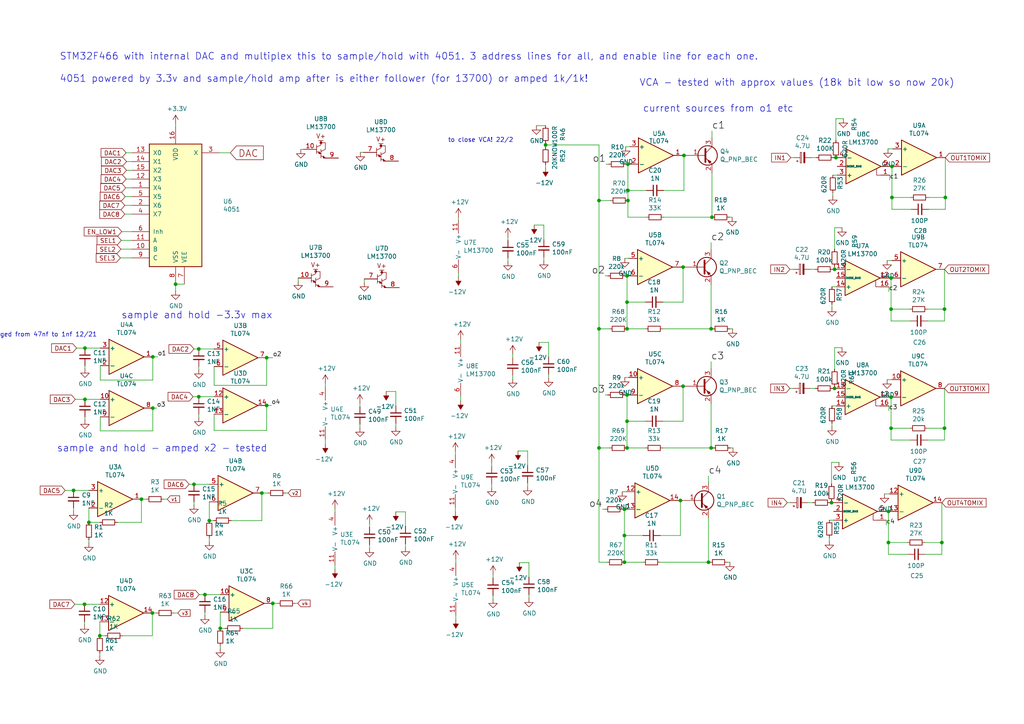
<source format=kicad_sch>
(kicad_sch (version 20211123) (generator eeschema)
  (paper "A4")
  (junction (at 41.021 144.78))
  (junction (at 258.699 48.26))
  (junction (at 182.118 58.166))
  (junction (at 44.323 103.505))
  (junction (at 257.683 157.353))
  (junction (at 206.502 62.992))
  (junction (at 181.102 163.068))
  (junction (at 274.193 57.277))
  (junction (at 198.12 77.47))
  (junction (at 273.939 124.206))
  (junction (at 60.706 151.003))
  (junction (at 173.736 129.921))
  (junction (at 258.445 124.206))
  (junction (at 77.343 103.759))
  (junction (at 181.864 114.554))
  (junction (at 258.445 89.662))
  (junction (at 57.658 101.219))
  (junction (at 206.248 95.377))
  (junction (at 181.102 147.701))
  (junction (at 206.248 129.921))
  (junction (at 21.336 142.24))
  (junction (at 59.436 172.466))
  (junction (at 173.736 95.377))
  (junction (at 258.445 115.189))
  (junction (at 181.864 95.377))
  (junction (at 182.118 47.625))
  (junction (at 273.939 89.662))
  (junction (at 258.699 57.277))
  (junction (at 182.118 55.245))
  (junction (at 181.864 80.01))
  (junction (at 77.343 117.602))
  (junction (at 57.658 115.062))
  (junction (at 44.196 177.8))
  (junction (at 24.511 175.26))
  (junction (at 181.864 129.921))
  (junction (at 50.927 82.423))
  (junction (at 198.12 112.014))
  (junction (at 56.261 140.462))
  (junction (at 197.358 145.161))
  (junction (at 242.062 78.105))
  (junction (at 24.638 115.824))
  (junction (at 205.486 163.068))
  (junction (at 242.443 45.72))
  (junction (at 25.781 151.511))
  (junction (at 181.864 122.174))
  (junction (at 24.638 100.965))
  (junction (at 158.242 42.037))
  (junction (at 181.864 87.63))
  (junction (at 173.736 58.166))
  (junction (at 181.102 155.321))
  (junction (at 258.445 80.645))
  (junction (at 28.956 184.404))
  (junction (at 63.881 182.245))
  (junction (at 257.683 148.336))
  (junction (at 273.177 157.353))
  (junction (at 44.323 118.364))
  (junction (at 241.173 145.796))
  (junction (at 242.062 112.649))
  (junction (at 75.946 143.002))
  (junction (at 79.121 175.006))
  (junction (at 198.374 45.085))
  (wire (pts (xy 153.035 130.81) (xy 153.035 135.001)))
  (wire (pts (xy 25.781 151.511) (xy 28.956 151.511)))
  (wire (pts (xy 44.323 110.236) (xy 44.323 103.505)))
  (wire (pts (xy 192.278 129.921) (xy 206.248 129.921)))
  (wire (pts (xy 197.358 155.321) (xy 191.516 155.321)))
  (wire (pts (xy 155.575 36.449) (xy 158.242 36.449)))
  (wire (pts (xy 182.118 55.245) (xy 187.452 55.245)))
  (wire (pts (xy 114.808 122.809) (xy 114.808 123.825)))
  (wire (pts (xy 181.864 129.921) (xy 187.198 129.921)))
  (wire (pts (xy 258.445 124.206) (xy 263.906 124.206)))
  (wire (pts (xy 38.227 51.943) (xy 36.576 51.943)))
  (wire (pts (xy 198.374 45.085) (xy 198.374 55.245)))
  (wire (pts (xy 242.443 40.64) (xy 242.443 34.417)))
  (wire (pts (xy 258.445 80.645) (xy 258.699 80.645)))
  (wire (pts (xy 181.229 74.93) (xy 182.372 74.93)))
  (wire (pts (xy 197.866 45.085) (xy 198.374 45.085)))
  (wire (pts (xy 181.864 122.174) (xy 181.864 129.921)))
  (wire (pts (xy 211.709 95.377) (xy 212.471 95.377)))
  (wire (pts (xy 257.302 110.109) (xy 258.699 110.109)))
  (wire (pts (xy 24.638 100.965) (xy 22.225 100.965)))
  (wire (pts (xy 211.836 129.921) (xy 212.598 129.921)))
  (wire (pts (xy 57.658 101.219) (xy 56.261 101.219)))
  (wire (pts (xy 181.864 114.554) (xy 182.372 114.554)))
  (wire (pts (xy 38.227 44.323) (xy 36.576 44.323)))
  (wire (pts (xy 258.699 57.277) (xy 258.699 60.706)))
  (wire (pts (xy 21.336 142.24) (xy 18.923 142.24)))
  (wire (pts (xy 258.064 50.8) (xy 258.064 52.197)))
  (wire (pts (xy 35.56 184.404) (xy 44.196 184.404)))
  (wire (pts (xy 258.064 48.26) (xy 258.699 48.26)))
  (wire (pts (xy 198.12 87.63) (xy 192.278 87.63)))
  (wire (pts (xy 241.808 45.72) (xy 242.443 45.72)))
  (wire (pts (xy 257.81 117.729) (xy 257.81 119.126)))
  (wire (pts (xy 79.121 175.006) (xy 80.518 175.006)))
  (wire (pts (xy 62.103 120.142) (xy 62.103 124.841)))
  (wire (pts (xy 75.946 151.003) (xy 75.946 143.002)))
  (wire (pts (xy 60.706 145.542) (xy 60.706 151.003)))
  (wire (pts (xy 85.598 175.006) (xy 86.36 175.006)))
  (wire (pts (xy 192.278 95.377) (xy 206.248 95.377)))
  (wire (pts (xy 142.621 140.335) (xy 142.621 141.351)))
  (wire (pts (xy 191.516 163.068) (xy 205.486 163.068)))
  (wire (pts (xy 38.227 62.103) (xy 36.195 62.103)))
  (wire (pts (xy 205.486 163.068) (xy 205.867 163.068)))
  (wire (pts (xy 198.12 112.014) (xy 198.628 112.014)))
  (wire (pts (xy 104.521 44.196) (xy 105.41 44.196)))
  (wire (pts (xy 198.12 77.47) (xy 198.628 77.47)))
  (wire (pts (xy 158.242 42.037) (xy 158.242 42.672)))
  (wire (pts (xy 242.062 72.263) (xy 242.062 66.04)))
  (wire (pts (xy 268.224 157.353) (xy 273.177 157.353)))
  (wire (pts (xy 104.394 116.967) (xy 104.394 117.983)))
  (wire (pts (xy 241.3 83.185) (xy 242.57 83.185)))
  (wire (pts (xy 157.734 65.278) (xy 157.734 69.469)))
  (wire (pts (xy 114.808 113.538) (xy 114.808 117.729)))
  (wire (pts (xy 211.582 62.992) (xy 212.344 62.992)))
  (wire (pts (xy 63.881 187.325) (xy 63.881 188.087)))
  (wire (pts (xy 198.12 122.174) (xy 192.278 122.174)))
  (wire (pts (xy 197.358 145.161) (xy 197.358 155.321)))
  (wire (pts (xy 28.956 189.484) (xy 28.956 190.246)))
  (wire (pts (xy 181.102 155.321) (xy 186.436 155.321)))
  (wire (pts (xy 257.683 148.336) (xy 257.937 148.336)))
  (wire (pts (xy 273.177 157.353) (xy 273.177 160.782)))
  (wire (pts (xy 241.3 117.729) (xy 242.57 117.729)))
  (wire (pts (xy 47.498 144.78) (xy 48.514 144.78)))
  (wire (pts (xy 44.196 177.8) (xy 44.196 184.404)))
  (wire (pts (xy 143.002 172.72) (xy 143.002 173.736)))
  (wire (pts (xy 181.864 95.377) (xy 187.198 95.377)))
  (wire (pts (xy 173.736 95.377) (xy 173.736 129.921)))
  (wire (pts (xy 67.056 151.003) (xy 75.946 151.003)))
  (wire (pts (xy 50.927 82.423) (xy 50.927 84.328)))
  (wire (pts (xy 44.323 103.505) (xy 45.72 103.505)))
  (wire (pts (xy 114.808 148.463) (xy 117.602 148.463)))
  (wire (pts (xy 57.658 101.219) (xy 62.103 101.219)))
  (wire (pts (xy 150.622 163.195) (xy 153.416 163.195)))
  (wire (pts (xy 242.443 34.417) (xy 244.602 34.417)))
  (wire (pts (xy 24.638 106.045) (xy 24.638 106.934)))
  (wire (pts (xy 132.207 162.179) (xy 132.207 163.195)))
  (wire (pts (xy 148.717 102.743) (xy 148.717 103.759)))
  (wire (pts (xy 105.664 80.899) (xy 105.664 81.915)))
  (wire (pts (xy 132.969 79.121) (xy 132.969 80.264)))
  (wire (pts (xy 258.445 89.662) (xy 263.906 89.662)))
  (wire (pts (xy 133.604 114.935) (xy 133.604 116.205)))
  (wire (pts (xy 173.736 95.377) (xy 173.736 58.166)))
  (wire (pts (xy 24.638 100.965) (xy 29.083 100.965)))
  (wire (pts (xy 197.612 112.014) (xy 198.12 112.014)))
  (wire (pts (xy 44.196 177.8) (xy 45.339 177.8)))
  (wire (pts (xy 242.062 112.649) (xy 242.57 112.649)))
  (wire (pts (xy 77.343 111.76) (xy 77.343 103.759)))
  (wire (pts (xy 182.118 55.245) (xy 182.118 58.166)))
  (wire (pts (xy 206.248 72.39) (xy 206.248 70.358)))
  (wire (pts (xy 38.227 46.863) (xy 36.703 46.863)))
  (wire (pts (xy 50.419 177.8) (xy 51.562 177.8)))
  (wire (pts (xy 242.443 45.72) (xy 242.824 45.72)))
  (wire (pts (xy 269.24 57.277) (xy 274.193 57.277)))
  (wire (pts (xy 180.467 142.621) (xy 181.61 142.621)))
  (wire (pts (xy 24.638 115.824) (xy 29.083 115.824)))
  (wire (pts (xy 143.002 166.624) (xy 143.002 167.64)))
  (wire (pts (xy 147.32 74.803) (xy 147.32 75.819)))
  (wire (pts (xy 132.969 62.992) (xy 132.969 63.881)))
  (wire (pts (xy 197.358 145.161) (xy 197.866 145.161)))
  (wire (pts (xy 176.784 95.377) (xy 173.736 95.377)))
  (wire (pts (xy 148.717 108.839) (xy 148.717 109.855)))
  (wire (pts (xy 206.248 95.377) (xy 206.629 95.377)))
  (wire (pts (xy 38.227 59.563) (xy 36.195 59.563)))
  (wire (pts (xy 38.227 54.483) (xy 36.449 54.483)))
  (wire (pts (xy 28.956 180.34) (xy 28.956 184.404)))
  (wire (pts (xy 63.881 182.245) (xy 65.278 182.245)))
  (wire (pts (xy 157.734 74.549) (xy 157.734 75.565)))
  (wire (pts (xy 206.502 40.005) (xy 206.502 37.973)))
  (wire (pts (xy 173.736 129.921) (xy 176.784 129.921)))
  (wire (pts (xy 268.986 124.206) (xy 273.939 124.206)))
  (wire (pts (xy 61.976 151.003) (xy 60.706 151.003)))
  (wire (pts (xy 181.102 163.068) (xy 186.436 163.068)))
  (wire (pts (xy 241.3 88.265) (xy 241.3 89.154)))
  (wire (pts (xy 240.792 145.796) (xy 241.173 145.796)))
  (wire (pts (xy 62.103 111.76) (xy 77.343 111.76)))
  (wire (pts (xy 258.699 60.706) (xy 264.287 60.706)))
  (wire (pts (xy 57.658 115.062) (xy 56.007 115.062)))
  (wire (pts (xy 70.358 182.245) (xy 79.121 182.245)))
  (wire (pts (xy 25.781 156.591) (xy 25.781 157.48)))
  (wire (pts (xy 182.118 62.992) (xy 187.452 62.992)))
  (wire (pts (xy 242.062 66.04) (xy 244.221 66.04)))
  (wire (pts (xy 97.155 147.574) (xy 97.155 148.59)))
  (wire (pts (xy 142.621 134.239) (xy 142.621 135.255)))
  (wire (pts (xy 158.242 42.037) (xy 173.736 42.037)))
  (wire (pts (xy 235.077 112.649) (xy 236.474 112.649)))
  (wire (pts (xy 181.102 155.321) (xy 181.102 163.068)))
  (wire (pts (xy 156.337 99.314) (xy 159.131 99.314)))
  (wire (pts (xy 159.131 108.585) (xy 159.131 109.601)))
  (wire (pts (xy 241.3 122.809) (xy 241.3 123.698)))
  (wire (pts (xy 181.864 87.63) (xy 187.198 87.63)))
  (wire (pts (xy 181.102 147.701) (xy 181.102 155.321)))
  (wire (pts (xy 107.188 151.892) (xy 107.188 152.908)))
  (wire (pts (xy 229.108 112.649) (xy 229.997 112.649)))
  (wire (pts (xy 77.343 117.602) (xy 78.74 117.602)))
  (wire (pts (xy 257.048 148.336) (xy 257.683 148.336)))
  (wire (pts (xy 50.927 82.423) (xy 53.467 82.423)))
  (wire (pts (xy 21.336 142.24) (xy 25.781 142.24)))
  (wire (pts (xy 210.947 163.068) (xy 211.709 163.068)))
  (wire (pts (xy 268.986 89.662) (xy 273.939 89.662)))
  (wire (pts (xy 181.483 42.545) (xy 182.626 42.545)))
  (wire (pts (xy 132.207 178.435) (xy 132.207 179.705)))
  (wire (pts (xy 273.177 145.796) (xy 273.177 157.353)))
  (wire (pts (xy 241.173 134.112) (xy 243.332 134.112)))
  (wire (pts (xy 196.85 145.161) (xy 197.358 145.161)))
  (wire (pts (xy 198.12 112.014) (xy 198.12 122.174)))
  (wire (pts (xy 258.699 48.26) (xy 258.699 57.277)))
  (wire (pts (xy 38.227 72.263) (xy 35.052 72.263)))
  (wire (pts (xy 257.302 75.565) (xy 258.699 75.565)))
  (wire (pts (xy 182.118 47.625) (xy 182.626 47.625)))
  (wire (pts (xy 44.323 124.968) (xy 44.323 118.364)))
  (wire (pts (xy 38.227 57.023) (xy 36.322 57.023)))
  (wire (pts (xy 57.658 115.062) (xy 62.103 115.062)))
  (wire (pts (xy 274.193 57.277) (xy 274.193 60.706)))
  (wire (pts (xy 240.538 155.956) (xy 240.538 156.845)))
  (wire (pts (xy 107.188 157.988) (xy 107.188 159.004)))
  (wire (pts (xy 56.261 145.542) (xy 56.261 146.431)))
  (wire (pts (xy 234.315 145.796) (xy 235.712 145.796)))
  (wire (pts (xy 258.445 80.645) (xy 258.445 89.662)))
  (wire (pts (xy 241.554 55.88) (xy 241.554 56.769)))
  (wire (pts (xy 182.118 58.166) (xy 182.118 62.992)))
  (wire (pts (xy 181.356 114.554) (xy 181.864 114.554)))
  (wire (pts (xy 175.514 147.701) (xy 174.752 147.701)))
  (wire (pts (xy 60.706 156.083) (xy 60.706 156.972)))
  (wire (pts (xy 257.683 157.353) (xy 263.144 157.353)))
  (wire (pts (xy 180.594 147.701) (xy 181.102 147.701)))
  (wire (pts (xy 242.062 78.105) (xy 242.57 78.105)))
  (wire (pts (xy 79.121 182.245) (xy 79.121 175.006)))
  (wire (pts (xy 77.343 103.759) (xy 79.121 103.759)))
  (wire (pts (xy 182.118 47.625) (xy 182.118 55.245)))
  (wire (pts (xy 173.736 163.068) (xy 176.022 163.068)))
  (wire (pts (xy 258.445 93.091) (xy 264.033 93.091)))
  (wire (pts (xy 38.227 74.803) (xy 34.925 74.803)))
  (wire (pts (xy 242.062 107.061) (xy 242.062 100.838)))
  (wire (pts (xy 273.939 89.662) (xy 273.939 93.091)))
  (wire (pts (xy 94.361 111.252) (xy 94.361 112.268)))
  (wire (pts (xy 82.804 143.002) (xy 83.566 143.002)))
  (wire (pts (xy 257.81 115.189) (xy 258.445 115.189)))
  (wire (pts (xy 198.374 55.245) (xy 192.532 55.245)))
  (wire (pts (xy 273.939 112.649) (xy 273.939 124.206)))
  (wire (pts (xy 258.699 48.26) (xy 258.953 48.26)))
  (wire (pts (xy 176.53 47.625) (xy 175.768 47.625)))
  (wire (pts (xy 181.864 114.554) (xy 181.864 122.174)))
  (wire (pts (xy 158.242 47.752) (xy 158.242 48.641)))
  (wire (pts (xy 173.736 58.166) (xy 177.038 58.166)))
  (wire (pts (xy 28.956 184.404) (xy 30.48 184.404)))
  (wire (pts (xy 258.445 115.189) (xy 258.445 124.206)))
  (wire (pts (xy 21.336 147.32) (xy 21.336 148.209)))
  (wire (pts (xy 44.323 118.364) (xy 45.466 118.364)))
  (wire (pts (xy 24.511 175.26) (xy 28.956 175.26)))
  (wire (pts (xy 24.638 115.824) (xy 21.844 115.824)))
  (wire (pts (xy 206.248 129.921) (xy 206.248 117.094)))
  (wire (pts (xy 235.077 78.105) (xy 236.474 78.105)))
  (wire (pts (xy 269.113 127.635) (xy 273.939 127.635)))
  (wire (pts (xy 57.658 120.142) (xy 57.658 121.031)))
  (wire (pts (xy 38.227 67.183) (xy 35.306 67.183)))
  (wire (pts (xy 38.227 49.403) (xy 36.703 49.403)))
  (wire (pts (xy 205.486 140.081) (xy 205.486 138.049)))
  (wire (pts (xy 257.81 83.185) (xy 257.81 84.582)))
  (wire (pts (xy 241.554 78.105) (xy 242.062 78.105)))
  (wire (pts (xy 240.538 150.876) (xy 241.808 150.876)))
  (wire (pts (xy 59.436 177.546) (xy 59.436 178.435)))
  (wire (pts (xy 206.248 95.377) (xy 206.248 82.55)))
  (wire (pts (xy 257.81 80.645) (xy 258.445 80.645)))
  (wire (pts (xy 133.604 98.425) (xy 133.604 99.695)))
  (wire (pts (xy 181.229 109.474) (xy 182.372 109.474)))
  (wire (pts (xy 198.374 45.085) (xy 198.882 45.085)))
  (wire (pts (xy 97.155 163.83) (xy 97.155 165.1)))
  (wire (pts (xy 241.554 112.649) (xy 242.062 112.649)))
  (wire (pts (xy 197.612 77.47) (xy 198.12 77.47)))
  (wire (pts (xy 257.683 160.782) (xy 263.271 160.782)))
  (wire (pts (xy 41.021 151.511) (xy 41.021 144.78)))
  (wire (pts (xy 94.361 127.508) (xy 94.361 128.778)))
  (wire (pts (xy 268.351 160.782) (xy 273.177 160.782)))
  (wire (pts (xy 150.241 130.81) (xy 153.035 130.81)))
  (wire (pts (xy 34.036 151.511) (xy 41.021 151.511)))
  (wire (pts (xy 25.781 147.32) (xy 25.781 151.511)))
  (wire (pts (xy 241.173 140.335) (xy 241.173 134.112)))
  (wire (pts (xy 181.356 80.01) (xy 181.864 80.01)))
  (wire (pts (xy 29.083 106.045) (xy 29.083 110.236)))
  (wire (pts (xy 132.08 130.937) (xy 132.08 131.953)))
  (wire (pts (xy 258.699 57.277) (xy 264.16 57.277)))
  (wire (pts (xy 147.32 68.707) (xy 147.32 69.723)))
  (wire (pts (xy 258.445 127.635) (xy 264.033 127.635)))
  (wire (pts (xy 258.445 115.189) (xy 258.699 115.189)))
  (wire (pts (xy 154.94 65.278) (xy 157.734 65.278)))
  (wire (pts (xy 181.864 80.01) (xy 181.864 87.63)))
  (wire (pts (xy 132.08 147.193) (xy 132.08 148.463)))
  (wire (pts (xy 176.276 80.01) (xy 175.514 80.01)))
  (wire (pts (xy 256.54 143.256) (xy 257.937 143.256)))
  (wire (pts (xy 24.511 180.34) (xy 24.511 181.229)))
  (wire (pts (xy 181.864 87.63) (xy 181.864 95.377)))
  (wire (pts (xy 198.12 77.47) (xy 198.12 87.63)))
  (wire (pts (xy 241.554 50.8) (xy 242.824 50.8)))
  (wire (pts (xy 62.103 124.841) (xy 77.343 124.841)))
  (wire (pts (xy 29.083 110.236) (xy 44.323 110.236)))
  (wire (pts (xy 63.881 177.546) (xy 63.881 182.245)))
  (wire (pts (xy 242.062 77.343) (xy 242.062 78.105)))
  (wire (pts (xy 258.445 89.662) (xy 258.445 93.091)))
  (wire (pts (xy 269.113 93.091) (xy 273.939 93.091)))
  (wire (pts (xy 62.103 106.299) (xy 62.103 111.76)))
  (wire (pts (xy 41.021 144.78) (xy 42.418 144.78)))
  (wire (pts (xy 257.048 150.876) (xy 257.048 152.273)))
  (wire (pts (xy 29.083 120.904) (xy 29.083 124.968)))
  (wire (pts (xy 274.193 45.72) (xy 274.193 57.277)))
  (wire (pts (xy 257.683 148.336) (xy 257.683 157.353)))
  (wire (pts (xy 241.173 145.796) (xy 241.808 145.796)))
  (wire (pts (xy 158.242 41.529) (xy 158.242 42.037)))
  (wire (pts (xy 228.346 145.796) (xy 229.235 145.796)))
  (wire (pts (xy 56.261 140.462) (xy 54.864 140.462)))
  (wire (pts (xy 87.249 43.307) (xy 88.011 43.307)))
  (wire (pts (xy 176.276 114.554) (xy 175.514 114.554)))
  (wire (pts (xy 159.131 99.314) (xy 159.131 103.505)))
  (wire (pts (xy 257.683 157.353) (xy 257.683 160.782)))
  (wire (pts (xy 206.502 62.992) (xy 206.502 50.165)))
  (wire (pts (xy 50.927 35.941) (xy 50.927 36.703)))
  (wire (pts (xy 59.436 172.466) (xy 63.881 172.466)))
  (wire (pts (xy 181.864 122.174) (xy 187.198 122.174)))
  (wire (pts (xy 112.014 113.538) (xy 114.808 113.538)))
  (wire (pts (xy 273.939 124.206) (xy 273.939 127.635)))
  (wire (pts (xy 153.416 163.195) (xy 153.416 167.386)))
  (wire (pts (xy 57.658 106.299) (xy 57.658 107.188)))
  (wire (pts (xy 86.487 80.645) (xy 86.487 81.534)))
  (wire (pts (xy 206.248 106.934) (xy 206.248 104.902)))
  (wire (pts (xy 242.062 100.838) (xy 244.221 100.838)))
  (wire (pts (xy 235.331 45.72) (xy 236.728 45.72)))
  (wire (pts (xy 192.532 62.992) (xy 206.502 62.992)))
  (wire (pts (xy 24.511 175.26) (xy 21.717 175.26)))
  (wire (pts (xy 104.394 123.063) (xy 104.394 124.079)))
  (wire (pts (xy 117.602 148.463) (xy 117.602 152.654)))
  (wire (pts (xy 117.602 157.734) (xy 117.602 158.75)))
  (wire (pts (xy 257.556 43.18) (xy 258.953 43.18)))
  (wire (pts (xy 173.736 129.921) (xy 173.736 163.068)))
  (wire (pts (xy 75.946 143.002) (xy 77.724 143.002)))
  (wire (pts (xy 77.343 124.841) (xy 77.343 117.602)))
  (wire (pts (xy 153.416 172.466) (xy 153.416 173.482)))
  (wire (pts (xy 63.627 44.323) (xy 66.802 44.323)))
  (wire (pts (xy 269.367 60.706) (xy 274.193 60.706)))
  (wire (pts (xy 206.248 129.921) (xy 206.756 129.921)))
  (wire (pts (xy 273.939 78.105) (xy 273.939 89.662)))
  (wire (pts (xy 229.362 45.72) (xy 230.251 45.72)))
  (wire (pts (xy 181.61 47.625) (xy 182.118 47.625)))
  (wire (pts (xy 229.108 78.105) (xy 229.997 78.105)))
  (wire (pts (xy 56.261 140.462) (xy 60.706 140.462)))
  (wire (pts (xy 181.102 147.701) (xy 181.61 147.701)))
  (wire (pts (xy 29.083 124.968) (xy 44.323 124.968)))
  (wire (pts (xy 205.486 163.068) (xy 205.486 150.241)))
  (wire (pts (xy 24.638 120.904) (xy 24.638 121.793)))
  (wire (pts (xy 38.227 69.723) (xy 35.179 69.723)))
  (wire (pts (xy 181.864 80.01) (xy 182.372 80.01)))
  (wire (pts (xy 258.445 124.206) (xy 258.445 127.635)))
  (wire (pts (xy 153.035 140.081) (xy 153.035 141.097)))
  (wire (pts (xy 59.436 172.466) (xy 57.785 172.466)))
  (wire (pts (xy 241.173 145.415) (xy 241.173 145.796)))
  (wire (pts (xy 242.062 112.141) (xy 242.062 112.649)))
  (wire (pts (xy 173.736 42.037) (xy 173.736 58.166)))
  (text "current sources from o1 etc" (at 186.436 32.766 0) (effects (font (size 2.0066 2.0066)) (justify left bottom)))
  (text "sample and hold - amped x2 - tested" (at 16.51 131.318 0) (effects (font (size 2.0066 2.0066)) (justify left bottom)))
  (text "STM32F466 with internal DAC and multiplex this to sample/hold with 4051. 3 address lines for all, and enable line for each one.\n\n4051 powered by 3.3v and sample/hold amp after is either follower (for 13700) or amped 1k/1k!" (at 17.272 24.13 0) (effects (font (size 2.0066 2.0066)) (justify left bottom)))
  (text "to close VCA! 22/2\n" (at 129.921 41.4782 0) (effects (font (size 1.27 1.27)) (justify left bottom)))
  (text "sample and hold -3.3v max" (at 35.179 92.71 0) (effects (font (size 2.0066 2.0066)) (justify left bottom)))
  (text "VCA - tested with approx values (18k bit low so now 20k)" (at 185.42 25.273 0) (effects (font (size 2.0066 2.0066)) (justify left bottom)))
  (text "changed from 47nf to 1nf 12/21" (at -4.572 97.917 0) (effects (font (size 1.27 1.27)) (justify left bottom)))
  (label "o4" (at 78.74 117.602 0))
  (label "c2" (at 257.81 84.582 0))
  (label "c2" (at 206.248 70.358 0) (effects (font (size 2.0066 2.0066))))
  (label "o2" (at 175.514 80.01 180) (effects (font (size 2.0066 2.0066))))
  (label "o2" (at 79.121 103.759 0))
  (label "c3" (at 206.248 104.902 0) (effects (font (size 2.0066 2.0066))))
  (label "o1" (at 175.768 47.625 180) (effects (font (size 2.0066 2.0066))))
  (label "o3" (at 45.466 118.364 0))
  (label "o1" (at 45.72 103.505 0))
  (label "c4" (at 205.486 138.049 0) (effects (font (size 2.0066 2.0066))))
  (label "c3" (at 257.81 119.126 0))
  (label "o3" (at 175.514 114.554 180) (effects (font (size 2.0066 2.0066))))
  (label "c1" (at 206.502 37.973 0) (effects (font (size 2.0066 2.0066))))
  (label "o4" (at 174.752 147.701 180) (effects (font (size 2.0066 2.0066))))
  (label "c1" (at 258.064 52.197 0))
  (label "c4" (at 257.048 152.273 0))
  (global_label "DAC7" (shape input) (at 36.195 59.563 180) (property "Intersheet References" "${INTERSHEET_REFS}" (effects hide)))
  (global_label "DAC8" (shape input) (at 57.785 172.466 180) (property "Intersheet References" "${INTERSHEET_REFS}" (effects hide)))
  (global_label "DAC8" (shape input) (at 36.195 62.103 180) (property "Intersheet References" "${INTERSHEET_REFS}" (effects hide)))
  (global_label "OUT2TOMIX" (shape input) (at 273.939 78.105 0) (property "Intersheet References" "${INTERSHEET_REFS}" (effects hide)))
  (global_label "v4" (shape input) (at 86.36 175.006 0) (effects (font (size 0.9906 0.9906))) (property "Intersheet References" "${INTERSHEET_REFS}" (effects hide)))
  (global_label "DAC1" (shape input) (at 22.225 100.965 180) (property "Intersheet References" "${INTERSHEET_REFS}" (effects hide)))
  (global_label "SEL3" (shape input) (at 34.925 74.803 180) (property "Intersheet References" "${INTERSHEET_REFS}" (effects hide)))
  (global_label "DAC5" (shape input) (at 18.923 142.24 180) (property "Intersheet References" "${INTERSHEET_REFS}" (effects hide)))
  (global_label "DAC6" (shape input) (at 54.864 140.462 180) (property "Intersheet References" "${INTERSHEET_REFS}" (effects hide)))
  (global_label "DAC3" (shape input) (at 21.844 115.824 180) (property "Intersheet References" "${INTERSHEET_REFS}" (effects hide)))
  (global_label "DAC4" (shape input) (at 56.007 115.062 180) (property "Intersheet References" "${INTERSHEET_REFS}" (effects hide)))
  (global_label "DAC2" (shape input) (at 36.703 46.863 180) (property "Intersheet References" "${INTERSHEET_REFS}" (effects hide)))
  (global_label "IN3" (shape input) (at 229.108 112.649 180) (property "Intersheet References" "${INTERSHEET_REFS}" (effects hide)))
  (global_label "IN2" (shape input) (at 229.108 78.105 180) (property "Intersheet References" "${INTERSHEET_REFS}" (effects hide)))
  (global_label "DAC5" (shape input) (at 36.449 54.483 180) (property "Intersheet References" "${INTERSHEET_REFS}" (effects hide)))
  (global_label "OUT3TOMIX" (shape input) (at 273.939 112.649 0) (property "Intersheet References" "${INTERSHEET_REFS}" (effects hide)))
  (global_label "DAC3" (shape input) (at 36.703 49.403 180) (property "Intersheet References" "${INTERSHEET_REFS}" (effects hide)))
  (global_label "SEL2" (shape input) (at 35.052 72.263 180) (property "Intersheet References" "${INTERSHEET_REFS}" (effects hide)))
  (global_label "DAC7" (shape input) (at 21.717 175.26 180) (property "Intersheet References" "${INTERSHEET_REFS}" (effects hide)))
  (global_label "IN1" (shape input) (at 229.362 45.72 180) (property "Intersheet References" "${INTERSHEET_REFS}" (effects hide)))
  (global_label "OUT1TOMIX" (shape input) (at 274.193 45.72 0) (property "Intersheet References" "${INTERSHEET_REFS}" (effects hide)))
  (global_label "EN_LOW1" (shape input) (at 35.306 67.183 180) (property "Intersheet References" "${INTERSHEET_REFS}" (effects hide)))
  (global_label "IN4" (shape input) (at 228.346 145.796 180) (property "Intersheet References" "${INTERSHEET_REFS}" (effects hide)))
  (global_label "v2" (shape input) (at 83.566 143.002 0) (effects (font (size 0.9906 0.9906))) (property "Intersheet References" "${INTERSHEET_REFS}" (effects hide)))
  (global_label "DAC2" (shape input) (at 56.261 101.219 180) (property "Intersheet References" "${INTERSHEET_REFS}" (effects hide)))
  (global_label "OUT4TOMIX" (shape input) (at 273.177 145.796 0) (property "Intersheet References" "${INTERSHEET_REFS}" (effects hide)))
  (global_label "v1" (shape input) (at 48.514 144.78 0) (effects (font (size 0.9906 0.9906))) (property "Intersheet References" "${INTERSHEET_REFS}" (effects hide)))
  (global_label "v3" (shape input) (at 51.562 177.8 0) (effects (font (size 0.9906 0.9906))) (property "Intersheet References" "${INTERSHEET_REFS}" (effects hide)))
  (global_label "DAC1" (shape input) (at 36.576 44.323 180) (property "Intersheet References" "${INTERSHEET_REFS}" (effects hide)))
  (global_label "DAC" (shape input) (at 66.802 44.323 0) (effects (font (size 2.0066 2.0066))) (property "Intersheet References" "${INTERSHEET_REFS}" (effects hide)))
  (global_label "DAC4" (shape input) (at 36.576 51.943 180) (property "Intersheet References" "${INTERSHEET_REFS}" (effects hide)))
  (global_label "DAC6" (shape input) (at 36.322 57.023 180) (property "Intersheet References" "${INTERSHEET_REFS}" (effects hide)))
  (global_label "SEL1" (shape input) (at 35.179 69.723 180) (property "Intersheet References" "${INTERSHEET_REFS}" (effects hide)))
  (symbol (lib_id "power:+3.3V") (at 50.927 35.941 0) (unit 1)
    (property "Reference" "#PWR024" (effects hide))
    (property "Value" "+3.3V" (at 51.308 31.5468 0))
  )
  (symbol (lib_id "Amplifier_Operational:TL074") (at 36.703 103.505 0) (unit 1)
    (property "Reference" "U4" (at 36.703 94.1832 0))
    (property "Value" "TL074" (at 36.703 96.4946 0))
    (property "Footprint" "Housings_SOIC:SOIC-14_3.9x8.7mm_Pitch1.27mm" (effects hide))
    (property "Datasheet" "http://www.ti.com/lit/ds/symlink/tl071.pdf" (effects hide))
  )
  (symbol (lib_id "Amplifier_Operational:TL074") (at 69.723 103.759 0) (unit 2)
    (property "Reference" "U3" (at 69.723 94.4372 0))
    (property "Value" "TL074" (at 69.723 96.7486 0))
    (property "Footprint" "Housings_SOIC:SOIC-14_3.9x8.7mm_Pitch1.27mm" (effects hide))
    (property "Datasheet" "http://www.ti.com/lit/ds/symlink/tl071.pdf" (effects hide))
  )
  (symbol (lib_id "Amplifier_Operational:TL074") (at 36.703 118.364 0) (unit 3)
    (property "Reference" "U4" (at 36.703 109.0422 0))
    (property "Value" "TL074" (at 36.703 111.3536 0))
    (property "Footprint" "Housings_SOIC:SOIC-14_3.9x8.7mm_Pitch1.27mm" (effects hide))
    (property "Datasheet" "http://www.ti.com/lit/ds/symlink/tl071.pdf" (effects hide))
  )
  (symbol (lib_id "Amplifier_Operational:TL074") (at 69.723 117.602 0) (unit 4)
    (property "Reference" "U3" (at 69.723 108.2802 0))
    (property "Value" "TL074" (at 69.723 110.5916 0))
    (property "Footprint" "Housings_SOIC:SOIC-14_3.9x8.7mm_Pitch1.27mm" (effects hide))
    (property "Datasheet" "http://www.ti.com/lit/ds/symlink/tl071.pdf" (effects hide))
  )
  (symbol (lib_id "Amplifier_Operational:TL074") (at 96.901 119.888 0) (unit 5)
    (property "Reference" "U4" (at 95.8342 118.7196 0) (effects (justify left)))
    (property "Value" "TL074" (at 95.8342 121.031 0) (effects (justify left)))
    (property "Footprint" "Housings_SOIC:SOIC-14_3.9x8.7mm_Pitch1.27mm" (effects hide))
    (property "Datasheet" "http://www.ti.com/lit/ds/symlink/tl071.pdf" (effects hide))
  )
  (symbol (lib_id "Device:C_Small") (at 24.638 103.505 0) (unit 1)
    (property "Reference" "C11" (at 26.9748 102.3366 0) (effects (justify left)))
    (property "Value" "1NF" (at 26.9748 104.648 0) (effects (justify left)))
    (property "Footprint" "Capacitors_SMD:C_0805" (effects hide))
  )
  (symbol (lib_id "power:GND") (at 24.638 106.934 0) (unit 1)
    (property "Reference" "#PWR021" (effects hide))
    (property "Value" "GND" (at 24.765 111.3282 0))
  )
  (symbol (lib_id "power:GND") (at 57.658 107.188 0) (unit 1)
    (property "Reference" "#PWR026" (effects hide))
    (property "Value" "GND" (at 57.785 111.5822 0))
  )
  (symbol (lib_id "Device:C_Small") (at 57.658 117.602 0) (unit 1)
    (property "Reference" "C14" (at 59.9948 116.4336 0) (effects (justify left)))
    (property "Value" "1NF" (at 59.9948 118.745 0) (effects (justify left)))
    (property "Footprint" "Capacitors_SMD:C_0805" (effects hide))
  )
  (symbol (lib_id "power:GND") (at 87.249 43.307 0) (unit 1)
    (property "Reference" "#PWR031" (effects hide))
    (property "Value" "GND" (at 87.376 47.7012 0))
  )
  (symbol (lib_id "power:GND") (at 104.521 44.196 0) (unit 1)
    (property "Reference" "#PWR032" (effects hide))
    (property "Value" "GND" (at 104.648 48.5902 0))
  )
  (symbol (lib_id "Amplifier_Operational:TL074") (at 190.246 45.085 0) (unit 1)
    (property "Reference" "U5" (at 191.135 38.735 0))
    (property "Value" "TL074" (at 191.135 40.894 0))
    (property "Footprint" "Housings_SOIC:SOIC-14_3.9x8.7mm_Pitch1.27mm" (effects hide))
    (property "Datasheet" "http://www.ti.com/lit/ds/symlink/tl071.pdf" (effects hide))
  )
  (symbol (lib_id "Amplifier_Operational:TL074") (at 189.992 77.47 0) (unit 2)
    (property "Reference" "U5" (at 189.992 68.1482 0))
    (property "Value" "TL074" (at 189.992 70.4596 0))
    (property "Footprint" "Housings_SOIC:SOIC-14_3.9x8.7mm_Pitch1.27mm" (effects hide))
    (property "Datasheet" "http://www.ti.com/lit/ds/symlink/tl071.pdf" (effects hide))
  )
  (symbol (lib_id "Amplifier_Operational:TL074") (at 134.62 139.573 0) (unit 5)
    (property "Reference" "U9" (at 133.5532 138.4046 0) (effects (justify left)))
    (property "Value" "TL074" (at 133.5532 140.716 0) (effects (justify left)))
    (property "Footprint" "Housings_SOIC:SOIC-14_3.9x8.7mm_Pitch1.27mm" (effects hide))
    (property "Datasheet" "http://www.ti.com/lit/ds/symlink/tl071.pdf" (effects hide))
  )
  (symbol (lib_id "power:+12V") (at 132.08 130.937 0) (unit 1)
    (property "Reference" "#PWR037" (effects hide))
    (property "Value" "+12V" (at 132.461 126.5428 0))
  )
  (symbol (lib_id "Device:Q_PNP_BEC") (at 203.962 45.085 0) (unit 1)
    (property "Reference" "Q4" (at 208.8134 43.9166 0) (effects (justify left)))
    (property "Value" "Q_PNP_BEC" (at 208.8134 46.228 0) (effects (justify left)))
    (property "Footprint" "TO_SOT_Packages_SMD:SOT-23" (effects hide))
  )
  (symbol (lib_id "Device:C_Small") (at 189.992 55.245 90) (unit 1)
    (property "Reference" "C20" (at 189.992 49.4284 90))
    (property "Value" "1N" (at 189.992 51.7398 90))
    (property "Footprint" "Capacitors_SMD:C_0805" (effects hide))
  )
  (symbol (lib_id "Device:R_Small") (at 189.992 62.992 270) (unit 1)
    (property "Reference" "R14" (at 189.992 58.0136 90))
    (property "Value" "33K" (at 189.992 60.325 90))
    (property "Footprint" "Resistors_SMD:R_0805" (effects hide))
  )
  (symbol (lib_id "Device:R_Small") (at 179.07 47.625 270) (unit 1)
    (property "Reference" "R10" (at 179.07 42.6466 90))
    (property "Value" "220K" (at 179.07 44.958 90))
    (property "Footprint" "Resistors_SMD:R_0805" (effects hide))
  )
  (symbol (lib_id "Device:R_Small") (at 239.268 45.72 90) (unit 1)
    (property "Reference" "R22" (at 239.268 40.7416 90))
    (property "Value" "100K" (at 239.268 43.053 90))
    (property "Footprint" "Resistors_SMD:R_0805" (effects hide))
  )
  (symbol (lib_id "Device:C_Small") (at 266.827 60.706 90) (unit 1)
    (property "Reference" "C28" (at 266.954 66.929 90))
    (property "Value" "100P" (at 266.7 64.008 90))
    (property "Footprint" "Capacitors_SMD:C_0805" (effects hide))
  )
  (symbol (lib_id "Amplifier_Operational:TL074") (at 99.695 156.21 0) (unit 5)
    (property "Reference" "U3" (at 98.6282 155.0416 0) (effects (justify left)))
    (property "Value" "TL074" (at 98.6282 157.353 0) (effects (justify left)))
    (property "Footprint" "Housings_SOIC:SOIC-14_3.9x8.7mm_Pitch1.27mm" (effects hide))
    (property "Datasheet" "http://www.ti.com/lit/ds/symlink/tl071.pdf" (effects hide))
  )
  (symbol (lib_id "Device:R_Small") (at 189.738 95.377 270) (unit 1)
    (property "Reference" "R12" (at 189.738 90.3986 90))
    (property "Value" "33k" (at 189.738 92.71 90))
    (property "Footprint" "Resistors_SMD:R_0805" (effects hide))
  )
  (symbol (lib_id "Device:R_Small") (at 266.446 89.662 270) (unit 1)
    (property "Reference" "R24" (at 266.446 84.6836 90))
    (property "Value" "27K" (at 266.446 86.995 90))
    (property "Footprint" "Resistors_SMD:R_0805" (effects hide))
  )
  (symbol (lib_id "power:GND") (at 181.229 74.93 0) (unit 1)
    (property "Reference" "#PWR042" (effects hide))
    (property "Value" "GND" (at 181.356 79.3242 0))
  )
  (symbol (lib_id "Device:C_Polarized_Small") (at 232.537 78.105 90) (unit 1)
    (property "Reference" "C22" (at 232.537 72.39 90))
    (property "Value" "4.7U" (at 232.537 74.7014 90))
    (property "Footprint" "SMD_Packages:SMD-1206_Pol" (effects hide))
  )
  (symbol (lib_id "Device:R_Small") (at 239.014 78.105 90) (unit 1)
    (property "Reference" "R20" (at 239.014 73.1266 90))
    (property "Value" "100k" (at 239.014 75.438 90))
    (property "Footprint" "Resistors_SMD:R_0805" (effects hide))
  )
  (symbol (lib_id "Device:C_Small") (at 266.573 93.091 90) (unit 1)
    (property "Reference" "C26" (at 266.7 99.314 90))
    (property "Value" "100P" (at 266.446 96.393 90))
    (property "Footprint" "Capacitors_SMD:C_0805" (effects hide))
  )
  (symbol (lib_id "power:GND") (at 257.302 75.565 0) (unit 1)
    (property "Reference" "#PWR054" (effects hide))
    (property "Value" "GND" (at 257.429 79.9592 0))
  )
  (symbol (lib_id "Device:Q_PNP_BEC") (at 203.708 112.014 0) (unit 1)
    (property "Reference" "Q3" (at 208.5594 110.8456 0) (effects (justify left)))
    (property "Value" "Q_PNP_BEC" (at 208.5594 113.157 0) (effects (justify left)))
    (property "Footprint" "TO_SOT_Packages_SMD:SOT-23" (effects hide))
  )
  (symbol (lib_id "Device:C_Small") (at 189.738 122.174 90) (unit 1)
    (property "Reference" "C19" (at 189.738 116.3574 90))
    (property "Value" "1N" (at 189.738 118.6688 90))
    (property "Footprint" "Capacitors_SMD:C_0805" (effects hide))
  )
  (symbol (lib_id "Device:R_Small") (at 189.738 129.921 270) (unit 1)
    (property "Reference" "R13" (at 189.738 124.9426 90))
    (property "Value" "33k" (at 189.738 127.254 90))
    (property "Footprint" "Resistors_SMD:R_0805" (effects hide))
  )
  (symbol (lib_id "Device:R_Small") (at 178.816 114.554 270) (unit 1)
    (property "Reference" "R9" (at 178.816 109.5756 90))
    (property "Value" "220k" (at 178.816 111.887 90))
    (property "Footprint" "Resistors_SMD:R_0805" (effects hide))
  )
  (symbol (lib_id "Device:R_Small") (at 266.446 124.206 270) (unit 1)
    (property "Reference" "R25" (at 266.446 119.2276 90))
    (property "Value" "20k" (at 266.446 121.539 90))
    (property "Footprint" "Resistors_SMD:R_0805" (effects hide))
  )
  (symbol (lib_id "power:GND") (at 181.229 109.474 0) (unit 1)
    (property "Reference" "#PWR043" (effects hide))
    (property "Value" "GND" (at 181.356 113.8682 0))
  )
  (symbol (lib_id "Device:C_Polarized_Small") (at 232.537 112.649 90) (unit 1)
    (property "Reference" "C23" (at 232.537 106.934 90))
    (property "Value" "4.7U" (at 232.537 109.2454 90))
    (property "Footprint" "SMD_Packages:SMD-1206_Pol" (effects hide))
  )
  (symbol (lib_id "Amplifier_Operational:LM13700") (at 250.19 115.189 0) (unit 1)
    (property "Reference" "U8" (at 250.19 105.8672 0))
    (property "Value" "LM13700" (at 250.19 108.1786 0))
    (property "Footprint" "Housings_SOIC:SOIC-16_3.9x9.9mm_Pitch1.27mm" (effects hide))
    (property "Datasheet" "http://www.ti.com/lit/ds/symlink/lm13700.pdf" (effects hide))
  )
  (symbol (lib_id "Amplifier_Operational:LM13700") (at 249.428 148.336 0) (unit 3)
    (property "Reference" "U7" (at 249.428 139.0142 0))
    (property "Value" "LM13700" (at 249.428 141.3256 0))
    (property "Footprint" "Housings_SOIC:SOIC-16_3.9x9.9mm_Pitch1.27mm" (effects hide))
    (property "Datasheet" "http://www.ti.com/lit/ds/symlink/lm13700.pdf" (effects hide))
  )
  (symbol (lib_id "Amplifier_Operational:LM13700") (at 136.144 107.315 0) (unit 5)
    (property "Reference" "U8" (at 135.0772 106.1466 0) (effects (justify left)))
    (property "Value" "LM13700" (at 135.0772 108.458 0) (effects (justify left)))
    (property "Footprint" "Housings_SOIC:SOIC-16_3.9x9.9mm_Pitch1.27mm" (effects hide))
    (property "Datasheet" "http://www.ti.com/lit/ds/symlink/lm13700.pdf" (effects hide))
  )
  (symbol (lib_id "power:+12V") (at 133.604 98.425 0) (unit 1)
    (property "Reference" "#PWR035" (effects hide))
    (property "Value" "+12V" (at 133.985 94.0308 0))
  )
  (symbol (lib_id "power:-12V") (at 133.604 116.205 180) (unit 1)
    (property "Reference" "#PWR036" (effects hide))
    (property "Value" "-12V" (at 133.223 120.5992 0))
  )
  (symbol (lib_id "4xxx:4051") (at 50.927 59.563 0) (unit 1)
    (property "Reference" "U6" (at 64.6684 58.3946 0) (effects (justify left)))
    (property "Value" "4051" (at 64.6684 60.706 0) (effects (justify left)))
    (property "Footprint" "Housings_SOIC:SOIC-16_3.9x9.9mm_Pitch1.27mm" (effects hide))
    (property "Datasheet" "http://www.intersil.com/content/dam/Intersil/documents/cd40/cd4051bms-52bms-53bms.pdf" (effects hide))
  )
  (symbol (lib_id "power:GND") (at 50.927 84.328 0) (unit 1)
    (property "Reference" "#PWR025" (effects hide))
    (property "Value" "GND" (at 51.054 88.7222 0))
  )
  (symbol (lib_id "Device:C_Small") (at 24.638 118.364 0) (unit 1)
    (property "Reference" "C12" (at 26.9748 117.1956 0) (effects (justify left)))
    (property "Value" "1NF" (at 26.9748 119.507 0) (effects (justify left)))
    (property "Footprint" "Capacitors_SMD:C_0805" (effects hide))
  )
  (symbol (lib_id "power:GND") (at 24.638 121.793 0) (unit 1)
    (property "Reference" "#PWR022" (effects hide))
    (property "Value" "GND" (at 24.765 126.1872 0))
  )
  (symbol (lib_id "Device:C_Small") (at 57.658 103.759 0) (unit 1)
    (property "Reference" "C13" (at 59.9948 102.5906 0) (effects (justify left)))
    (property "Value" "1NF" (at 59.9948 104.902 0) (effects (justify left)))
    (property "Footprint" "Capacitors_SMD:C_0805" (effects hide))
  )
  (symbol (lib_id "power:GND") (at 57.658 121.031 0) (unit 1)
    (property "Reference" "#PWR027" (effects hide))
    (property "Value" "GND" (at 57.785 125.4252 0))
  )
  (symbol (lib_id "power:+12V") (at 94.361 111.252 0) (unit 1)
    (property "Reference" "#PWR015" (effects hide))
    (property "Value" "+12V" (at 94.742 106.8578 0))
  )
  (symbol (lib_id "power:-12V") (at 94.361 128.778 180) (unit 1)
    (property "Reference" "#PWR016" (effects hide))
    (property "Value" "-12V" (at 93.98 133.1722 0))
  )
  (symbol (lib_id "Amplifier_Operational:LM13700") (at 95.631 43.307 0) (unit 2)
    (property "Reference" "U8" (at 93.091 34.4678 0))
    (property "Value" "LM13700" (at 93.091 36.7792 0))
    (property "Footprint" "Housings_SOIC:SOIC-16_3.9x9.9mm_Pitch1.27mm" (effects hide))
    (property "Datasheet" "http://www.ti.com/lit/ds/symlink/lm13700.pdf" (effects hide))
  )
  (symbol (lib_id "Amplifier_Operational:LM13700") (at 250.444 48.26 0) (unit 3)
    (property "Reference" "U8" (at 250.444 38.9382 0))
    (property "Value" "LM13700" (at 250.444 41.2496 0))
    (property "Footprint" "Housings_SOIC:SOIC-16_3.9x9.9mm_Pitch1.27mm" (effects hide))
    (property "Datasheet" "http://www.ti.com/lit/ds/symlink/lm13700.pdf" (effects hide))
  )
  (symbol (lib_id "Amplifier_Operational:LM13700") (at 113.03 44.196 0) (unit 4)
    (property "Reference" "U8" (at 110.49 35.3568 0))
    (property "Value" "LM13700" (at 110.49 37.6682 0))
    (property "Footprint" "Housings_SOIC:SOIC-16_3.9x9.9mm_Pitch1.27mm" (effects hide))
    (property "Datasheet" "http://www.ti.com/lit/ds/symlink/lm13700.pdf" (effects hide))
  )
  (symbol (lib_id "Amplifier_Operational:LM13700") (at 135.509 71.501 0) (unit 5)
    (property "Reference" "U7" (at 134.4422 70.3326 0) (effects (justify left)))
    (property "Value" "LM13700" (at 134.4422 72.644 0) (effects (justify left)))
    (property "Footprint" "Housings_SOIC:SOIC-16_3.9x9.9mm_Pitch1.27mm" (effects hide))
    (property "Datasheet" "http://www.ti.com/lit/ds/symlink/lm13700.pdf" (effects hide))
  )
  (symbol (lib_id "power:-12V") (at 132.969 80.264 180) (unit 1)
    (property "Reference" "#PWR034" (effects hide))
    (property "Value" "-12V" (at 132.588 84.6582 0))
  )
  (symbol (lib_id "power:+12V") (at 132.969 62.992 0) (unit 1)
    (property "Reference" "#PWR033" (effects hide))
    (property "Value" "+12V" (at 133.35 58.5978 0))
  )
  (symbol (lib_id "Amplifier_Operational:TL074") (at 266.319 112.649 0) (unit 3)
    (property "Reference" "U9" (at 266.319 103.3272 0))
    (property "Value" "TL074" (at 266.319 105.6386 0))
    (property "Footprint" "Housings_SOIC:SOIC-14_3.9x8.7mm_Pitch1.27mm" (effects hide))
    (property "Datasheet" "http://www.ti.com/lit/ds/symlink/tl071.pdf" (effects hide))
  )
  (symbol (lib_id "Amplifier_Operational:TL074") (at 265.557 145.796 0) (unit 4)
    (property "Reference" "U9" (at 265.557 136.4742 0))
    (property "Value" "TL074" (at 265.557 138.7856 0))
    (property "Footprint" "Housings_SOIC:SOIC-14_3.9x8.7mm_Pitch1.27mm" (effects hide))
    (property "Datasheet" "http://www.ti.com/lit/ds/symlink/tl071.pdf" (effects hide))
  )
  (symbol (lib_id "power:-12V") (at 132.08 148.463 180) (unit 1)
    (property "Reference" "#PWR038" (effects hide))
    (property "Value" "-12V" (at 131.699 152.8572 0))
  )
  (symbol (lib_id "Amplifier_Operational:TL074") (at 266.573 45.72 0) (unit 1)
    (property "Reference" "U9" (at 266.573 36.3982 0))
    (property "Value" "TL074" (at 266.573 38.7096 0))
    (property "Footprint" "Housings_SOIC:SOIC-14_3.9x8.7mm_Pitch1.27mm" (effects hide))
    (property "Datasheet" "http://www.ti.com/lit/ds/symlink/tl071.pdf" (effects hide))
  )
  (symbol (lib_id "Amplifier_Operational:TL074") (at 266.319 78.105 0) (unit 2)
    (property "Reference" "U9" (at 266.319 68.7832 0))
    (property "Value" "TL074" (at 266.319 71.0946 0))
    (property "Footprint" "Housings_SOIC:SOIC-14_3.9x8.7mm_Pitch1.27mm" (effects hide))
    (property "Datasheet" "http://www.ti.com/lit/ds/symlink/tl071.pdf" (effects hide))
  )
  (symbol (lib_id "Amplifier_Operational:TL074") (at 189.992 112.014 0) (unit 3)
    (property "Reference" "U5" (at 189.992 102.6922 0))
    (property "Value" "TL074" (at 189.992 105.0036 0))
    (property "Footprint" "Housings_SOIC:SOIC-14_3.9x8.7mm_Pitch1.27mm" (effects hide))
    (property "Datasheet" "http://www.ti.com/lit/ds/symlink/tl071.pdf" (effects hide))
  )
  (symbol (lib_id "Amplifier_Operational:TL074") (at 189.23 145.161 0) (unit 4)
    (property "Reference" "U5" (at 189.23 135.8392 0))
    (property "Value" "TL074" (at 189.23 138.1506 0))
    (property "Footprint" "Housings_SOIC:SOIC-14_3.9x8.7mm_Pitch1.27mm" (effects hide))
    (property "Datasheet" "http://www.ti.com/lit/ds/symlink/tl071.pdf" (effects hide))
  )
  (symbol (lib_id "Device:R_Small") (at 266.7 57.277 270) (unit 1)
    (property "Reference" "R26" (at 266.7 52.2986 90))
    (property "Value" "27K" (at 266.7 54.61 90))
    (property "Footprint" "Resistors_SMD:R_0805" (effects hide))
  )
  (symbol (lib_id "power:GND") (at 181.483 42.545 0) (unit 1)
    (property "Reference" "#PWR044" (effects hide))
    (property "Value" "GND" (at 181.61 46.9392 0))
  )
  (symbol (lib_id "Device:C_Polarized_Small") (at 232.791 45.72 90) (unit 1)
    (property "Reference" "C24" (at 232.791 40.005 90))
    (property "Value" "4.7U" (at 232.791 42.3164 90))
    (property "Footprint" "SMD_Packages:SMD-1206_Pol" (effects hide))
  )
  (symbol (lib_id "power:GND") (at 257.556 43.18 0) (unit 1)
    (property "Reference" "#PWR056" (effects hide))
    (property "Value" "GND" (at 257.683 47.5742 0))
  )
  (symbol (lib_id "Amplifier_Operational:TL074") (at 33.401 144.78 0) (unit 1)
    (property "Reference" "U3" (at 33.401 135.4582 0))
    (property "Value" "TL074" (at 33.401 137.7696 0))
    (property "Footprint" "Housings_SOIC:SOIC-14_3.9x8.7mm_Pitch1.27mm" (effects hide))
    (property "Datasheet" "http://www.ti.com/lit/ds/symlink/tl071.pdf" (effects hide))
  )
  (symbol (lib_id "power:+12V") (at 97.155 147.574 0) (unit 1)
    (property "Reference" "#PWR013" (effects hide))
    (property "Value" "+12V" (at 97.536 143.1798 0))
  )
  (symbol (lib_id "power:-12V") (at 97.155 165.1 180) (unit 1)
    (property "Reference" "#PWR014" (effects hide))
    (property "Value" "-12V" (at 96.774 169.4942 0))
  )
  (symbol (lib_id "Device:Q_PNP_BEC") (at 203.708 77.47 0) (unit 1)
    (property "Reference" "Q2" (at 208.5594 76.3016 0) (effects (justify left)))
    (property "Value" "Q_PNP_BEC" (at 208.5594 78.613 0) (effects (justify left)))
    (property "Footprint" "TO_SOT_Packages_SMD:SOT-23" (effects hide))
  )
  (symbol (lib_id "Device:C_Small") (at 189.738 87.63 90) (unit 1)
    (property "Reference" "C18" (at 189.738 81.8134 90))
    (property "Value" "1N" (at 189.738 84.1248 90))
    (property "Footprint" "Capacitors_SMD:C_0805" (effects hide))
  )
  (symbol (lib_id "Device:R_Small") (at 178.816 80.01 270) (unit 1)
    (property "Reference" "R8" (at 178.816 75.0316 90))
    (property "Value" "220k" (at 178.816 77.343 90))
    (property "Footprint" "Resistors_SMD:R_0805" (effects hide))
  )
  (symbol (lib_id "Device:R_Small") (at 239.014 112.649 90) (unit 1)
    (property "Reference" "R21" (at 239.014 107.6706 90))
    (property "Value" "100k" (at 239.014 109.982 90))
    (property "Footprint" "Resistors_SMD:R_0805" (effects hide))
  )
  (symbol (lib_id "Device:C_Small") (at 266.573 127.635 90) (unit 1)
    (property "Reference" "C27" (at 266.7 133.858 90))
    (property "Value" "100P" (at 266.446 130.937 90))
    (property "Footprint" "Capacitors_SMD:C_0805" (effects hide))
  )
  (symbol (lib_id "power:GND") (at 257.302 110.109 0) (unit 1)
    (property "Reference" "#PWR055" (effects hide))
    (property "Value" "GND" (at 257.429 114.5032 0))
  )
  (symbol (lib_id "Device:Q_PNP_BEC") (at 202.946 145.161 0) (unit 1)
    (property "Reference" "Q1" (at 207.7974 143.9926 0) (effects (justify left)))
    (property "Value" "Q_PNP_BEC" (at 207.7974 146.304 0) (effects (justify left)))
    (property "Footprint" "TO_SOT_Packages_SMD:SOT-23" (effects hide))
  )
  (symbol (lib_id "Device:C_Small") (at 188.976 155.321 90) (unit 1)
    (property "Reference" "C17" (at 188.976 149.5044 90))
    (property "Value" "1N" (at 188.976 151.8158 90))
    (property "Footprint" "Capacitors_SMD:C_0805" (effects hide))
  )
  (symbol (lib_id "Device:R_Small") (at 188.976 163.068 270) (unit 1)
    (property "Reference" "R11" (at 188.976 158.0896 90))
    (property "Value" "33k" (at 188.976 160.401 90))
    (property "Footprint" "Resistors_SMD:R_0805" (effects hide))
  )
  (symbol (lib_id "Device:R_Small") (at 178.054 147.701 270) (unit 1)
    (property "Reference" "R7" (at 178.054 142.7226 90))
    (property "Value" "220k" (at 178.054 145.034 90))
    (property "Footprint" "Resistors_SMD:R_0805" (effects hide))
  )
  (symbol (lib_id "Device:R_Small") (at 265.684 157.353 270) (unit 1)
    (property "Reference" "R23" (at 265.684 152.3746 90))
    (property "Value" "27K" (at 265.684 154.686 90))
    (property "Footprint" "Resistors_SMD:R_0805" (effects hide))
  )
  (symbol (lib_id "power:GND") (at 180.467 142.621 0) (unit 1)
    (property "Reference" "#PWR041" (effects hide))
    (property "Value" "GND" (at 180.594 147.0152 0))
  )
  (symbol (lib_id "Device:C_Polarized_Small") (at 231.775 145.796 90) (unit 1)
    (property "Reference" "C21" (at 231.775 140.081 90))
    (property "Value" "4.7U" (at 231.775 142.3924 90))
    (property "Footprint" "SMD_Packages:SMD-1206_Pol" (effects hide))
  )
  (symbol (lib_id "Device:R_Small") (at 238.252 145.796 90) (unit 1)
    (property "Reference" "R19" (at 238.252 140.8176 90))
    (property "Value" "100k" (at 238.252 143.129 90))
    (property "Footprint" "Resistors_SMD:R_0805" (effects hide))
  )
  (symbol (lib_id "Device:C_Small") (at 265.811 160.782 90) (unit 1)
    (property "Reference" "C25" (at 265.938 167.005 90))
    (property "Value" "100P" (at 265.684 164.084 90))
    (property "Footprint" "Capacitors_SMD:C_0805" (effects hide))
  )
  (symbol (lib_id "power:GND") (at 256.54 143.256 0) (unit 1)
    (property "Reference" "#PWR053" (effects hide))
    (property "Value" "GND" (at 256.667 147.6502 0))
  )
  (symbol (lib_id "Amplifier_Operational:LM13700") (at 250.19 80.645 0) (unit 1)
    (property "Reference" "U7" (at 250.19 71.3232 0))
    (property "Value" "LM13700" (at 250.19 73.6346 0))
    (property "Footprint" "Housings_SOIC:SOIC-16_3.9x9.9mm_Pitch1.27mm" (effects hide))
    (property "Datasheet" "http://www.ti.com/lit/ds/symlink/lm13700.pdf" (effects hide))
  )
  (symbol (lib_id "Amplifier_Operational:LM13700") (at 94.107 80.645 0) (unit 2)
    (property "Reference" "U7" (at 91.567 71.8058 0))
    (property "Value" "LM13700" (at 91.567 74.1172 0))
    (property "Footprint" "Housings_SOIC:SOIC-16_3.9x9.9mm_Pitch1.27mm" (effects hide))
    (property "Datasheet" "http://www.ti.com/lit/ds/symlink/lm13700.pdf" (effects hide))
  )
  (symbol (lib_id "Amplifier_Operational:LM13700") (at 113.284 80.899 0) (unit 4)
    (property "Reference" "U7" (at 110.744 72.0598 0))
    (property "Value" "LM13700" (at 110.744 74.3712 0))
    (property "Footprint" "Housings_SOIC:SOIC-16_3.9x9.9mm_Pitch1.27mm" (effects hide))
    (property "Datasheet" "http://www.ti.com/lit/ds/symlink/lm13700.pdf" (effects hide))
  )
  (symbol (lib_id "Amplifier_Operational:TL074") (at 134.747 170.815 0) (unit 5)
    (property "Reference" "U5" (at 133.6802 169.6466 0) (effects (justify left)))
    (property "Value" "TL074" (at 133.6802 171.958 0) (effects (justify left)))
    (property "Footprint" "Housings_SOIC:SOIC-14_3.9x8.7mm_Pitch1.27mm" (effects hide))
    (property "Datasheet" "http://www.ti.com/lit/ds/symlink/tl071.pdf" (effects hide))
  )
  (symbol (lib_id "power:+12V") (at 132.207 162.179 0) (unit 1)
    (property "Reference" "#PWR017" (effects hide))
    (property "Value" "+12V" (at 132.588 157.7848 0))
  )
  (symbol (lib_id "power:-12V") (at 132.207 179.705 180) (unit 1)
    (property "Reference" "#PWR018" (effects hide))
    (property "Value" "-12V" (at 131.826 184.0992 0))
  )
  (symbol (lib_id "power:+12V") (at 104.394 116.967 0) (unit 1)
    (property "Reference" "#PWR0141" (effects hide))
    (property "Value" "+12V" (at 104.775 112.5728 0))
  )
  (symbol (lib_id "Device:C_Small") (at 104.394 120.523 0) (unit 1)
    (property "Reference" "C49" (at 106.7308 119.3546 0) (effects (justify left)))
    (property "Value" "100nF" (at 106.7308 121.666 0) (effects (justify left)))
    (property "Footprint" "Capacitors_SMD:C_0805" (effects hide))
  )
  (symbol (lib_id "power:GND") (at 104.394 124.079 0) (unit 1)
    (property "Reference" "#PWR0142" (effects hide))
    (property "Value" "GND" (at 104.521 128.4732 0))
  )
  (symbol (lib_id "Device:C_Small") (at 114.808 120.269 0) (unit 1)
    (property "Reference" "C51" (at 117.1448 119.1006 0) (effects (justify left)))
    (property "Value" "100nF" (at 117.1448 121.412 0) (effects (justify left)))
    (property "Footprint" "Capacitors_SMD:C_0805" (effects hide))
  )
  (symbol (lib_id "power:GND") (at 114.808 123.825 0) (unit 1)
    (property "Reference" "#PWR0143" (effects hide))
    (property "Value" "GND" (at 114.935 128.2192 0))
  )
  (symbol (lib_id "power:-12V") (at 112.014 113.538 180) (unit 1)
    (property "Reference" "#PWR0144" (effects hide))
    (property "Value" "-12V" (at 111.633 117.9322 0))
  )
  (symbol (lib_id "power:+12V") (at 107.188 151.892 0) (unit 1)
    (property "Reference" "#PWR0145" (effects hide))
    (property "Value" "+12V" (at 107.569 147.4978 0))
  )
  (symbol (lib_id "Device:C_Small") (at 107.188 155.448 0) (unit 1)
    (property "Reference" "C50" (at 109.5248 154.2796 0) (effects (justify left)))
    (property "Value" "100nF" (at 109.5248 156.591 0) (effects (justify left)))
    (property "Footprint" "Capacitors_SMD:C_0805" (effects hide))
  )
  (symbol (lib_id "power:GND") (at 107.188 159.004 0) (unit 1)
    (property "Reference" "#PWR0146" (effects hide))
    (property "Value" "GND" (at 107.315 163.3982 0))
  )
  (symbol (lib_id "Device:C_Small") (at 117.602 155.194 0) (unit 1)
    (property "Reference" "C52" (at 119.9388 154.0256 0) (effects (justify left)))
    (property "Value" "100nF" (at 119.9388 156.337 0) (effects (justify left)))
    (property "Footprint" "Capacitors_SMD:C_0805" (effects hide))
  )
  (symbol (lib_id "power:GND") (at 117.602 158.75 0) (unit 1)
    (property "Reference" "#PWR0147" (effects hide))
    (property "Value" "GND" (at 117.729 163.1442 0))
  )
  (symbol (lib_id "power:-12V") (at 114.808 148.463 180) (unit 1)
    (property "Reference" "#PWR0148" (effects hide))
    (property "Value" "-12V" (at 114.427 152.8572 0))
  )
  (symbol (lib_id "Device:C_Small") (at 24.511 177.8 0) (unit 1)
    (property "Reference" "C10" (at 26.8478 176.6316 0) (effects (justify left)))
    (property "Value" "1NF" (at 26.8478 178.943 0) (effects (justify left)))
    (property "Footprint" "Capacitors_SMD:C_0805" (effects hide))
  )
  (symbol (lib_id "power:GND") (at 24.511 181.229 0) (unit 1)
    (property "Reference" "#PWR020" (effects hide))
    (property "Value" "GND" (at 24.638 185.6232 0))
  )
  (symbol (lib_id "Device:C_Small") (at 59.436 175.006 0) (unit 1)
    (property "Reference" "C16" (at 61.7728 173.8376 0) (effects (justify left)))
    (property "Value" "1NF" (at 61.7728 176.149 0) (effects (justify left)))
    (property "Footprint" "Capacitors_SMD:C_0805" (effects hide))
  )
  (symbol (lib_id "power:GND") (at 59.436 178.435 0) (unit 1)
    (property "Reference" "#PWR093" (effects hide))
    (property "Value" "GND" (at 59.563 182.8292 0))
  )
  (symbol (lib_id "Device:R_Small") (at 33.02 184.404 270) (unit 1)
    (property "Reference" "R62" (at 33.02 179.4256 90))
    (property "Value" "1K" (at 33.02 181.737 90))
    (property "Footprint" "Resistors_SMD:R_0805" (effects hide))
  )
  (symbol (lib_id "Device:R_Small") (at 67.818 182.245 270) (unit 1)
    (property "Reference" "R65" (at 67.818 177.2666 90))
    (property "Value" "1K" (at 67.818 179.578 90))
    (property "Footprint" "Resistors_SMD:R_0805" (effects hide))
  )
  (symbol (lib_id "power:GND") (at 63.881 188.087 0) (unit 1)
    (property "Reference" "#PWR094" (effects hide))
    (property "Value" "GND" (at 64.008 192.4812 0))
  )
  (symbol (lib_id "Device:R_Small") (at 28.956 186.944 180) (unit 1)
    (property "Reference" "R61" (at 30.4546 185.7756 0) (effects (justify right)))
    (property "Value" "1K" (at 30.4546 188.087 0) (effects (justify right)))
    (property "Footprint" "Resistors_SMD:R_0805" (effects hide))
  )
  (symbol (lib_id "Device:R_Small") (at 63.881 184.785 180) (unit 1)
    (property "Reference" "R64" (at 65.3796 183.6166 0) (effects (justify right)))
    (property "Value" "1K" (at 65.3796 185.928 0) (effects (justify right)))
    (property "Footprint" "Resistors_SMD:R_0805" (effects hide))
  )
  (symbol (lib_id "power:GND") (at 28.956 190.246 0) (unit 1)
    (property "Reference" "#PWR029" (effects hide))
    (property "Value" "GND" (at 29.083 194.6402 0))
  )
  (symbol (lib_id "Device:R_Small") (at 47.879 177.8 270) (unit 1)
    (property "Reference" "R63" (at 47.879 172.8216 90))
    (property "Value" "1K" (at 47.879 175.133 90))
    (property "Footprint" "Resistors_SMD:R_0805" (effects hide))
  )
  (symbol (lib_id "Device:R_Small") (at 83.058 175.006 270) (unit 1)
    (property "Reference" "R66" (at 83.058 170.0276 90))
    (property "Value" "1K" (at 83.058 172.339 90))
    (property "Footprint" "Resistors_SMD:R_0805" (effects hide))
  )
  (symbol (lib_id "power:+12V") (at 142.621 134.239 0) (unit 1)
    (property "Reference" "#PWR0149" (effects hide))
    (property "Value" "+12V" (at 143.002 129.8448 0))
  )
  (symbol (lib_id "Device:C_Small") (at 142.621 137.795 0) (unit 1)
    (property "Reference" "C53" (at 144.9578 136.6266 0) (effects (justify left)))
    (property "Value" "100nF" (at 144.9578 138.938 0) (effects (justify left)))
    (property "Footprint" "Capacitors_SMD:C_0805" (effects hide))
  )
  (symbol (lib_id "power:GND") (at 142.621 141.351 0) (unit 1)
    (property "Reference" "#PWR0150" (effects hide))
    (property "Value" "GND" (at 142.748 145.7452 0))
  )
  (symbol (lib_id "Device:C_Small") (at 153.035 137.541 0) (unit 1)
    (property "Reference" "C57" (at 155.3718 136.3726 0) (effects (justify left)))
    (property "Value" "100nF" (at 155.3718 138.684 0) (effects (justify left)))
    (property "Footprint" "Capacitors_SMD:C_0805" (effects hide))
  )
  (symbol (lib_id "power:GND") (at 153.035 141.097 0) (unit 1)
    (property "Reference" "#PWR0151" (effects hide))
    (property "Value" "GND" (at 153.162 145.4912 0))
  )
  (symbol (lib_id "power:-12V") (at 150.241 130.81 180) (unit 1)
    (property "Reference" "#PWR0152" (effects hide))
    (property "Value" "-12V" (at 149.86 135.2042 0))
  )
  (symbol (lib_id "power:+12V") (at 143.002 166.624 0) (unit 1)
    (property "Reference" "#PWR0153" (effects hide))
    (property "Value" "+12V" (at 143.383 162.2298 0))
  )
  (symbol (lib_id "Device:C_Small") (at 143.002 170.18 0) (unit 1)
    (property "Reference" "C54" (at 145.3388 169.0116 0) (effects (justify left)))
    (property "Value" "100nF" (at 145.3388 171.323 0) (effects (justify left)))
    (property "Footprint" "Capacitors_SMD:C_0805" (effects hide))
  )
  (symbol (lib_id "power:GND") (at 143.002 173.736 0) (unit 1)
    (property "Reference" "#PWR0154" (effects hide))
    (property "Value" "GND" (at 143.129 178.1302 0))
  )
  (symbol (lib_id "Device:C_Small") (at 153.416 169.926 0) (unit 1)
    (property "Reference" "C58" (at 155.7528 168.7576 0) (effects (justify left)))
    (property "Value" "100nF" (at 155.7528 171.069 0) (effects (justify left)))
    (property "Footprint" "Capacitors_SMD:C_0805" (effects hide))
  )
  (symbol (lib_id "power:GND") (at 153.416 173.482 0) (unit 1)
    (property "Reference" "#PWR0155" (effects hide))
    (property "Value" "GND" (at 153.543 177.8762 0))
  )
  (symbol (lib_id "power:-12V") (at 150.622 163.195 180) (unit 1)
    (property "Reference" "#PWR0156" (effects hide))
    (property "Value" "-12V" (at 150.241 167.5892 0))
  )
  (symbol (lib_id "power:+12V") (at 147.32 68.707 0) (unit 1)
    (property "Reference" "#PWR0157" (effects hide))
    (property "Value" "+12V" (at 147.701 64.3128 0))
  )
  (symbol (lib_id "Device:C_Small") (at 147.32 72.263 0) (unit 1)
    (property "Reference" "C55" (at 149.6568 71.0946 0) (effects (justify left)))
    (property "Value" "100nF" (at 149.6568 73.406 0) (effects (justify left)))
    (property "Footprint" "Capacitors_SMD:C_0805" (effects hide))
  )
  (symbol (lib_id "power:GND") (at 147.32 75.819 0) (unit 1)
    (property "Reference" "#PWR0158" (effects hide))
    (property "Value" "GND" (at 147.447 80.2132 0))
  )
  (symbol (lib_id "Device:C_Small") (at 157.734 72.009 0) (unit 1)
    (property "Reference" "C59" (at 160.0708 70.8406 0) (effects (justify left)))
    (property "Value" "100nF" (at 160.0708 73.152 0) (effects (justify left)))
    (property "Footprint" "Capacitors_SMD:C_0805" (effects hide))
  )
  (symbol (lib_id "power:GND") (at 157.734 75.565 0) (unit 1)
    (property "Reference" "#PWR0159" (effects hide))
    (property "Value" "GND" (at 157.861 79.9592 0))
  )
  (symbol (lib_id "power:-12V") (at 154.94 65.278 180) (unit 1)
    (property "Reference" "#PWR0160" (effects hide))
    (property "Value" "-12V" (at 154.559 69.6722 0))
  )
  (symbol (lib_id "power:+12V") (at 148.717 102.743 0) (unit 1)
    (property "Reference" "#PWR0161" (effects hide))
    (property "Value" "+12V" (at 149.098 98.3488 0))
  )
  (symbol (lib_id "Device:C_Small") (at 148.717 106.299 0) (unit 1)
    (property "Reference" "C56" (at 151.0538 105.1306 0) (effects (justify left)))
    (property "Value" "100nF" (at 151.0538 107.442 0) (effects (justify left)))
    (property "Footprint" "Capacitors_SMD:C_0805" (effects hide))
  )
  (symbol (lib_id "power:GND") (at 148.717 109.855 0) (unit 1)
    (property "Reference" "#PWR0162" (effects hide))
    (property "Value" "GND" (at 148.844 114.2492 0))
  )
  (symbol (lib_id "Device:C_Small") (at 159.131 106.045 0) (unit 1)
    (property "Reference" "C60" (at 161.4678 104.8766 0) (effects (justify left)))
    (property "Value" "100nF" (at 161.4678 107.188 0) (effects (justify left)))
    (property "Footprint" "Capacitors_SMD:C_0805" (effects hide))
  )
  (symbol (lib_id "power:GND") (at 159.131 109.601 0) (unit 1)
    (property "Reference" "#PWR0163" (effects hide))
    (property "Value" "GND" (at 159.258 113.9952 0))
  )
  (symbol (lib_id "power:-12V") (at 156.337 99.314 180) (unit 1)
    (property "Reference" "#PWR0164" (effects hide))
    (property "Value" "-12V" (at 155.956 103.7082 0))
  )
  (symbol (lib_id "Amplifier_Operational:TL074") (at 36.576 177.8 0) (unit 4)
    (property "Reference" "U4" (at 36.576 168.4782 0))
    (property "Value" "TL074" (at 36.576 170.7896 0))
    (property "Footprint" "Housings_SOIC:SOIC-14_3.9x8.7mm_Pitch1.27mm" (effects hide))
    (property "Datasheet" "http://www.ti.com/lit/ds/symlink/tl071.pdf" (effects hide))
  )
  (symbol (lib_id "Amplifier_Operational:TL074") (at 71.501 175.006 0) (unit 3)
    (property "Reference" "U3" (at 71.501 165.6842 0))
    (property "Value" "TL074" (at 71.501 167.9956 0))
    (property "Footprint" "Housings_SOIC:SOIC-14_3.9x8.7mm_Pitch1.27mm" (effects hide))
    (property "Datasheet" "http://www.ti.com/lit/ds/symlink/tl071.pdf" (effects hide))
  )
  (symbol (lib_id "power:GND") (at 86.487 81.534 0) (unit 1)
    (property "Reference" "#PWR0115" (effects hide))
    (property "Value" "GND" (at 86.614 85.9282 0))
  )
  (symbol (lib_id "power:GND") (at 105.664 81.915 0) (unit 1)
    (property "Reference" "#PWR0116" (effects hide))
    (property "Value" "GND" (at 105.791 86.3092 0))
  )
  (symbol (lib_id "Amplifier_Operational:TL074") (at 68.326 143.002 0) (unit 2)
    (property "Reference" "U4" (at 68.326 133.6802 0))
    (property "Value" "TL074" (at 68.326 135.9916 0))
    (property "Footprint" "Housings_SOIC:SOIC-14_3.9x8.7mm_Pitch1.27mm" (effects hide))
    (property "Datasheet" "http://www.ti.com/lit/ds/symlink/tl071.pdf" (effects hide))
  )
  (symbol (lib_id "Device:C_Small") (at 21.336 144.78 0) (unit 1)
    (property "Reference" "C9" (at 23.6728 143.6116 0) (effects (justify left)))
    (property "Value" "1NF" (at 23.6728 145.923 0) (effects (justify left)))
    (property "Footprint" "Capacitors_SMD:C_0805" (effects hide))
  )
  (symbol (lib_id "power:GND") (at 21.336 148.209 0) (unit 1)
    (property "Reference" "#PWR019" (effects hide))
    (property "Value" "GND" (at 21.463 152.6032 0))
  )
  (symbol (lib_id "Device:C_Small") (at 56.261 143.002 0) (unit 1)
    (property "Reference" "C15" (at 58.5978 141.8336 0) (effects (justify left)))
    (property "Value" "1NF" (at 58.5978 144.145 0) (effects (justify left)))
    (property "Footprint" "Capacitors_SMD:C_0805" (effects hide))
  )
  (symbol (lib_id "power:GND") (at 56.261 146.431 0) (unit 1)
    (property "Reference" "#PWR028" (effects hide))
    (property "Value" "GND" (at 56.388 150.8252 0))
  )
  (symbol (lib_id "Device:R_Small") (at 31.496 151.511 270) (unit 1)
    (property "Reference" "R2" (at 31.496 146.5326 90))
    (property "Value" "1K" (at 31.496 148.844 90))
    (property "Footprint" "Resistors_SMD:R_0805" (effects hide))
  )
  (symbol (lib_id "Device:R_Small") (at 64.516 151.003 270) (unit 1)
    (property "Reference" "R5" (at 64.516 146.0246 90))
    (property "Value" "1K" (at 64.516 148.336 90))
    (property "Footprint" "Resistors_SMD:R_0805" (effects hide))
  )
  (symbol (lib_id "Device:R_Small") (at 25.781 154.051 180) (unit 1)
    (property "Reference" "R1" (at 27.2796 152.8826 0) (effects (justify right)))
    (property "Value" "1K" (at 27.2796 155.194 0) (effects (justify right)))
    (property "Footprint" "Resistors_SMD:R_0805" (effects hide))
  )
  (symbol (lib_id "Device:R_Small") (at 60.706 153.543 180) (unit 1)
    (property "Reference" "R4" (at 62.2046 152.3746 0) (effects (justify right)))
    (property "Value" "1K" (at 62.2046 154.686 0) (effects (justify right)))
    (property "Footprint" "Resistors_SMD:R_0805" (effects hide))
  )
  (symbol (lib_id "power:GND") (at 25.781 157.48 0) (unit 1)
    (property "Reference" "#PWR023" (effects hide))
    (property "Value" "GND" (at 25.908 161.8742 0))
  )
  (symbol (lib_id "power:GND") (at 60.706 156.972 0) (unit 1)
    (property "Reference" "#PWR030" (effects hide))
    (property "Value" "GND" (at 60.833 161.3662 0))
  )
  (symbol (lib_id "Device:R_Small") (at 44.958 144.78 270) (unit 1)
    (property "Reference" "R3" (at 44.958 139.8016 90))
    (property "Value" "1K" (at 44.958 142.113 90))
    (property "Footprint" "Resistors_SMD:R_0805" (effects hide))
  )
  (symbol (lib_id "Device:R_Small") (at 80.264 143.002 270) (unit 1)
    (property "Reference" "R6" (at 80.264 138.0236 90))
    (property "Value" "1K" (at 80.264 140.335 90))
    (property "Footprint" "Resistors_SMD:R_0805" (effects hide))
  )
  (symbol (lib_id "Device:R_Small") (at 242.443 43.18 0) (unit 1)
    (property "Reference" "R54" (at 247.777 36.068 90))
    (property "Value" "620R" (at 245.11 43.18 90))
    (property "Footprint" "Resistors_SMD:R_0805" (effects hide))
  )
  (symbol (lib_id "power:GND") (at 244.602 34.417 0) (unit 1)
    (property "Reference" "#PWR083" (effects hide))
    (property "Value" "GND" (at 244.729 38.8112 0))
  )
  (symbol (lib_id "Device:R_Small") (at 209.042 62.992 270) (unit 1)
    (property "Reference" "R18" (at 209.042 58.0136 90))
    (property "Value" "1K" (at 209.042 60.325 90))
    (property "Footprint" "Resistors_SMD:R_0805" (effects hide))
  )
  (symbol (lib_id "power:GND") (at 212.344 62.992 0) (unit 1)
    (property "Reference" "#PWR048" (effects hide))
    (property "Value" "GND" (at 212.471 67.3862 0))
  )
  (symbol (lib_id "Device:R_Small") (at 241.554 53.34 0) (unit 1)
    (property "Reference" "R53" (at 243.713 53.086 90))
    (property "Value" "620R" (at 239.014 53.467 90))
    (property "Footprint" "Resistors_SMD:R_0805" (effects hide))
  )
  (symbol (lib_id "power:GND") (at 241.554 56.769 0) (unit 1)
    (property "Reference" "#PWR052" (effects hide))
    (property "Value" "GND" (at 241.681 61.1632 0))
  )
  (symbol (lib_id "Device:R_Small") (at 209.169 95.377 270) (unit 1)
    (property "Reference" "R16" (at 209.169 90.3986 90))
    (property "Value" "1K" (at 209.169 92.71 90))
    (property "Footprint" "Resistors_SMD:R_0805" (effects hide))
  )
  (symbol (lib_id "power:GND") (at 212.471 95.377 0) (unit 1)
    (property "Reference" "#PWR046" (effects hide))
    (property "Value" "GND" (at 212.598 99.7712 0))
  )
  (symbol (lib_id "Device:R_Small") (at 209.296 129.921 270) (unit 1)
    (property "Reference" "R17" (at 209.296 124.9426 90))
    (property "Value" "1K" (at 209.296 127.254 90))
    (property "Footprint" "Resistors_SMD:R_0805" (effects hide))
  )
  (symbol (lib_id "power:GND") (at 212.598 129.921 0) (unit 1)
    (property "Reference" "#PWR047" (effects hide))
    (property "Value" "GND" (at 212.725 134.3152 0))
  )
  (symbol (lib_id "Device:R_Small") (at 208.407 163.068 270) (unit 1)
    (property "Reference" "R15" (at 208.407 158.0896 90))
    (property "Value" "1K" (at 208.407 160.401 90))
    (property "Footprint" "Resistors_SMD:R_0805" (effects hide))
  )
  (symbol (lib_id "power:GND") (at 211.709 163.068 0) (unit 1)
    (property "Reference" "#PWR045" (effects hide))
    (property "Value" "GND" (at 211.836 167.4622 0))
  )
  (symbol (lib_id "Device:R_Small") (at 241.3 85.725 0) (unit 1)
    (property "Reference" "R57" (at 243.459 85.471 90))
    (property "Value" "620R" (at 238.76 85.852 90))
    (property "Footprint" "Resistors_SMD:R_0805" (effects hide))
  )
  (symbol (lib_id "power:GND") (at 241.3 89.154 0) (unit 1)
    (property "Reference" "#PWR050" (effects hide))
    (property "Value" "GND" (at 241.427 93.5482 0))
  )
  (symbol (lib_id "Device:R_Small") (at 241.3 120.269 0) (unit 1)
    (property "Reference" "R58" (at 243.459 120.015 90))
    (property "Value" "620R" (at 238.76 120.396 90))
    (property "Footprint" "Resistors_SMD:R_0805" (effects hide))
  )
  (symbol (lib_id "power:GND") (at 241.3 123.698 0) (unit 1)
    (property "Reference" "#PWR051" (effects hide))
    (property "Value" "GND" (at 241.427 128.0922 0))
  )
  (symbol (lib_id "Device:R_Small") (at 240.538 153.416 0) (unit 1)
    (property "Reference" "R55" (at 242.697 153.162 90))
    (property "Value" "620R" (at 237.998 153.543 90))
    (property "Footprint" "Resistors_SMD:R_0805" (effects hide))
  )
  (symbol (lib_id "power:GND") (at 240.538 156.845 0) (unit 1)
    (property "Reference" "#PWR049" (effects hide))
    (property "Value" "GND" (at 240.665 161.2392 0))
  )
  (symbol (lib_id "Device:R_Small") (at 242.062 74.803 0) (unit 1)
    (property "Reference" "R59" (at 247.904 69.977 90))
    (property "Value" "620R" (at 244.729 74.803 90))
    (property "Footprint" "Resistors_SMD:R_0805" (effects hide))
  )
  (symbol (lib_id "power:GND") (at 244.221 66.04 0) (unit 1)
    (property "Reference" "#PWR085" (effects hide))
    (property "Value" "GND" (at 244.348 70.4342 0))
  )
  (symbol (lib_id "Device:R_Small") (at 242.062 109.601 0) (unit 1)
    (property "Reference" "R60" (at 247.0404 109.601 90))
    (property "Value" "620R" (at 244.729 109.601 90))
    (property "Footprint" "Resistors_SMD:R_0805" (effects hide))
  )
  (symbol (lib_id "power:GND") (at 244.221 100.838 0) (unit 1)
    (property "Reference" "#PWR086" (effects hide))
    (property "Value" "GND" (at 244.348 105.2322 0))
  )
  (symbol (lib_id "Device:R_Small") (at 241.173 142.875 0) (unit 1)
    (property "Reference" "R56" (at 247.65 135.763 90))
    (property "Value" "620R" (at 243.84 142.875 90))
    (property "Footprint" "Resistors_SMD:R_0805" (effects hide))
  )
  (symbol (lib_id "power:GND") (at 243.332 134.112 0) (unit 1)
    (property "Reference" "#PWR084" (effects hide))
    (property "Value" "GND" (at 243.459 138.5062 0))
  )
  (symbol (lib_id "Device:R_Small") (at 179.578 58.166 270) (unit 1)
    (property "Reference" "R70" (at 179.578 53.1876 90))
    (property "Value" "220K" (at 179.578 55.499 90))
    (property "Footprint" "Resistors_SMD:R_0805" (effects hide))
  )
  (symbol (lib_id "Device:R_Small") (at 179.324 129.921 270) (unit 1)
    (property "Reference" "R69" (at 179.324 124.9426 90))
    (property "Value" "220K" (at 179.324 127.254 90))
    (property "Footprint" "Resistors_SMD:R_0805" (effects hide))
  )
  (symbol (lib_id "Device:R_Small") (at 178.562 163.068 270) (unit 1)
    (property "Reference" "R67" (at 178.562 158.0896 90))
    (property "Value" "220K" (at 178.562 160.401 90))
    (property "Footprint" "Resistors_SMD:R_0805" (effects hide))
  )
  (symbol (lib_id "Device:R_Small") (at 179.324 95.377 270) (unit 1)
    (property "Reference" "R68" (at 179.324 90.3986 90))
    (property "Value" "220K" (at 179.324 92.71 90))
    (property "Footprint" "Resistors_SMD:R_0805" (effects hide))
  )
  (symbol (lib_id "Device:R_Small") (at 158.242 38.989 180) (unit 1)
    (property "Reference" "R46" (at 163.2204 38.989 90))
    (property "Value" "100R" (at 160.909 38.989 90))
    (property "Footprint" "Resistors_SMD:R_0805" (effects hide))
  )
  (symbol (lib_id "Device:R_Small") (at 158.242 45.212 180) (unit 1)
    (property "Reference" "R52" (at 163.2204 45.212 90))
    (property "Value" "20KNOW" (at 160.909 45.212 90))
    (property "Footprint" "Resistors_SMD:R_0805" (effects hide))
  )
  (symbol (lib_id "power:-12V") (at 158.242 48.641 180) (unit 1)
    (property "Reference" "#PWR0117" (effects hide))
    (property "Value" "-12V" (at 157.861 53.0352 0))
  )
  (symbol (lib_id "power:GND") (at 155.575 36.449 0) (unit 1)
    (property "Reference" "#PWR0118" (effects hide))
    (property "Value" "GND" (at 155.702 40.8432 0))
  )
)
</source>
